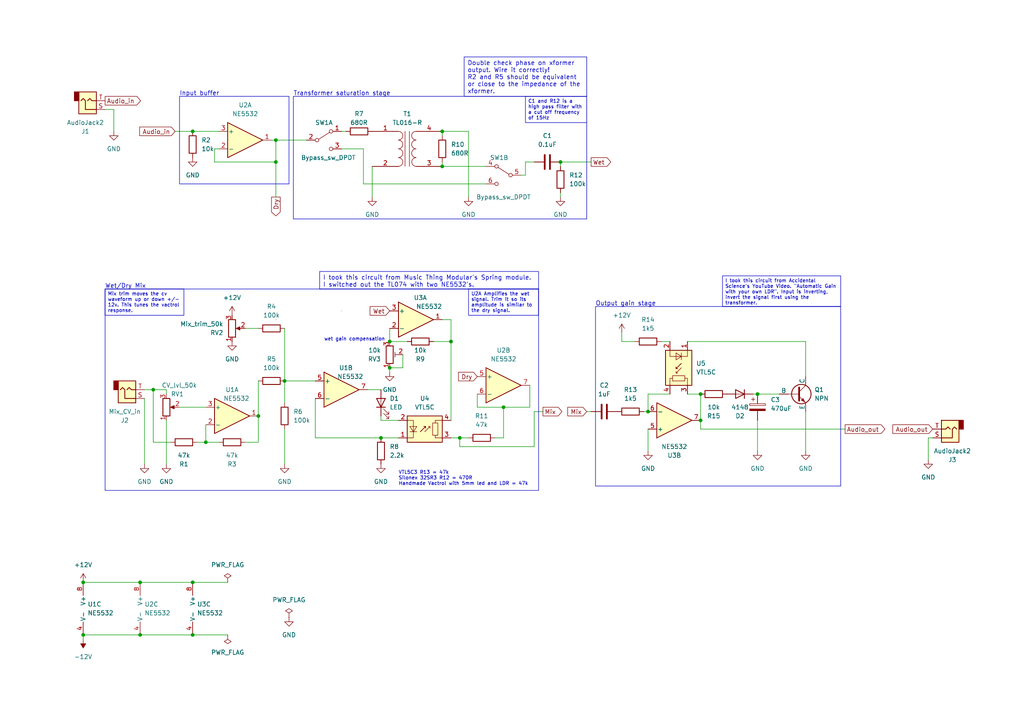
<source format=kicad_sch>
(kicad_sch (version 20230121) (generator eeschema)
  (paper "A4")
  (title_block (title "Eurorack Transformer Saturation Module") (date "2023-12-20") (rev "0.3") (company "DIYSynthManila") (comment 1 "This version is a prototype."))
  (lib_symbols
    (symbol "Amplifier_Operational:NE5532" (pin_names (offset 0.127))
      (property "Reference" "U" (at 0 5.08 0))
      (property "Value" "NE5532" (at 0 -5.08 0))
      (symbol "NE5532_1_1"
        (polyline (pts (xy -5.08 5.08) (xy 5.08 0) (xy -5.08 -5.08) (xy -5.08 5.08)) (stroke (width 0.254)) (fill (type background)))
        (pin output line (at 7.62 0 180) (length 2.54) (name "~") (number "1"))
        (pin input line (at -7.62 -2.54 0) (length 2.54) (name "-") (number "2"))
        (pin input line (at -7.62 2.54 0) (length 2.54) (name "+") (number "3"))
      )
      (symbol "NE5532_2_1"
        (polyline (pts (xy -5.08 5.08) (xy 5.08 0) (xy -5.08 -5.08) (xy -5.08 5.08)) (stroke (width 0.254)) (fill (type background)))
        (pin input line (at -7.62 2.54 0) (length 2.54) (name "+") (number "5"))
        (pin input line (at -7.62 -2.54 0) (length 2.54) (name "-") (number "6"))
        (pin output line (at 7.62 0 180) (length 2.54) (name "~") (number "7"))
      )
      (symbol "NE5532_3_1"
        (pin power_in line (at -2.54 -7.62 90) (length 3.81) (name "V-") (number "4"))
        (pin power_in line (at -2.54 7.62 270) (length 3.81) (name "V+") (number "8"))
      )
    )
    (symbol "Connector_Audio:AudioJack2"
      (property "Reference" "J" (at 0 8.89 0))
      (property "Value" "AudioJack2" (at 0 6.35 0))
      (symbol "AudioJack2_0_1"
        (rectangle (start -3.81 0) (end -2.54 -2.54) (stroke (width 0.254)) (fill (type outline)))
        (rectangle (start -2.54 3.81) (end 2.54 -2.54) (stroke (width 0.254)) (fill (type background)))
        (polyline (pts (xy 0 0) (xy 0.635 -0.635) (xy 1.27 0) (xy 2.54 0)) (stroke (width 0.254)))
        (polyline (pts (xy 2.54 2.54) (xy -0.635 2.54) (xy -0.635 0) (xy -1.27 -0.635) (xy -1.905 0)) (stroke (width 0.254)))
      )
      (symbol "AudioJack2_1_1"
        (pin passive line (at 5.08 2.54 180) (length 2.54) (name "~") (number "S"))
        (pin passive line (at 5.08 0 180) (length 2.54) (name "~") (number "T"))
      )
    )
    (symbol "Device:C" (pin_numbers hide) (pin_names (offset 0.254))
      (property "Reference" "C" (at 0.635 2.54 0))
      (property "Value" "C" (at 0.635 -2.54 0))
      (symbol "C_0_1"
        (polyline (pts (xy -2.032 -0.762) (xy 2.032 -0.762)) (stroke (width 0.508)))
        (polyline (pts (xy -2.032 0.762) (xy 2.032 0.762)) (stroke (width 0.508)))
      )
      (symbol "C_1_1"
        (pin passive line (at 0 3.81 270) (length 2.794) (name "~") (number "1"))
        (pin passive line (at 0 -3.81 90) (length 2.794) (name "~") (number "2"))
      )
    )
    (symbol "Device:C_Polarized" (pin_numbers hide) (pin_names (offset 0.254))
      (property "Reference" "C" (at 0.635 2.54 0))
      (property "Value" "C_Polarized" (at 0.635 -2.54 0))
      (symbol "C_Polarized_0_1"
        (rectangle (start -2.286 0.508) (end 2.286 1.016))
        (polyline (pts (xy -1.778 2.286) (xy -0.762 2.286)))
        (polyline (pts (xy -1.27 2.794) (xy -1.27 1.778)))
        (rectangle (start 2.286 -0.508) (end -2.286 -1.016) (fill (type outline)))
      )
      (symbol "C_Polarized_1_1"
        (pin passive line (at 0 3.81 270) (length 2.794) (name "~") (number "1"))
        (pin passive line (at 0 -3.81 90) (length 2.794) (name "~") (number "2"))
      )
    )
    (symbol "Device:D" (pin_numbers hide) (pin_names (offset 1.016) hide)
      (property "Reference" "D" (at 0 2.54 0))
      (property "Value" "D" (at 0 -2.54 0))
      (symbol "D_0_1"
        (polyline (pts (xy -1.27 1.27) (xy -1.27 -1.27)) (stroke (width 0.254)))
        (polyline (pts (xy 1.27 0) (xy -1.27 0)))
        (polyline (pts (xy 1.27 1.27) (xy 1.27 -1.27) (xy -1.27 0) (xy 1.27 1.27)) (stroke (width 0.254)))
      )
      (symbol "D_1_1"
        (pin passive line (at -3.81 0 0) (length 2.54) (name "K") (number "1"))
        (pin passive line (at 3.81 0 180) (length 2.54) (name "A") (number "2"))
      )
    )
    (symbol "Device:LED" (pin_numbers hide) (pin_names (offset 1.016) hide)
      (property "Reference" "D" (at 0 2.54 0))
      (property "Value" "LED" (at 0 -2.54 0))
      (symbol "LED_0_1"
        (polyline (pts (xy -1.27 -1.27) (xy -1.27 1.27)) (stroke (width 0.254)))
        (polyline (pts (xy -1.27 0) (xy 1.27 0)))
        (polyline (pts (xy 1.27 -1.27) (xy 1.27 1.27) (xy -1.27 0) (xy 1.27 -1.27)) (stroke (width 0.254)))
        (polyline (pts (xy -3.048 -0.762) (xy -4.572 -2.286) (xy -3.81 -2.286) (xy -4.572 -2.286) (xy -4.572 -1.524)))
        (polyline (pts (xy -1.778 -0.762) (xy -3.302 -2.286) (xy -2.54 -2.286) (xy -3.302 -2.286) (xy -3.302 -1.524)))
      )
      (symbol "LED_1_1"
        (pin passive line (at -3.81 0 0) (length 2.54) (name "K") (number "1"))
        (pin passive line (at 3.81 0 180) (length 2.54) (name "A") (number "2"))
      )
    )
    (symbol "Device:R" (pin_numbers hide) (pin_names (offset 0))
      (property "Reference" "R" (at 2.032 0 90))
      (property "Value" "R" (at 0 0 90))
      (symbol "R_0_1"
        (rectangle (start -1.016 -2.54) (end 1.016 2.54) (stroke (width 0.254)))
      )
      (symbol "R_1_1"
        (pin passive line (at 0 3.81 270) (length 1.27) (name "~") (number "1"))
        (pin passive line (at 0 -3.81 90) (length 1.27) (name "~") (number "2"))
      )
    )
    (symbol "Device:R_Potentiometer" (pin_names (offset 1.016) hide)
      (property "Reference" "RV" (at -4.445 0 90))
      (property "Value" "R_Potentiometer" (at -2.54 0 90))
      (symbol "R_Potentiometer_0_1"
        (polyline (pts (xy 2.54 0) (xy 1.524 0)))
        (polyline (pts (xy 1.143 0) (xy 2.286 0.508) (xy 2.286 -0.508) (xy 1.143 0)) (fill (type outline)))
        (rectangle (start 1.016 2.54) (end -1.016 -2.54) (stroke (width 0.254)))
      )
      (symbol "R_Potentiometer_1_1"
        (pin passive line (at 0 3.81 270) (length 1.27) (name "1") (number "1"))
        (pin passive line (at 3.81 0 180) (length 1.27) (name "2") (number "2"))
        (pin passive line (at 0 -3.81 90) (length 1.27) (name "3") (number "3"))
      )
    )
    (symbol "Device:R_Potentiometer_Trim" (pin_names (offset 1.016) hide)
      (property "Reference" "RV" (at -4.445 0 90))
      (property "Value" "R_Potentiometer_Trim" (at -2.54 0 90))
      (symbol "R_Potentiometer_Trim_0_1"
        (polyline (pts (xy 1.524 0.762) (xy 1.524 -0.762)))
        (polyline (pts (xy 2.54 0) (xy 1.524 0)))
        (rectangle (start 1.016 2.54) (end -1.016 -2.54) (stroke (width 0.254)))
      )
      (symbol "R_Potentiometer_Trim_1_1"
        (pin passive line (at 0 3.81 270) (length 1.27) (name "1") (number "1"))
        (pin passive line (at 3.81 0 180) (length 1.27) (name "2") (number "2"))
        (pin passive line (at 0 -3.81 90) (length 1.27) (name "3") (number "3"))
      )
    )
    (symbol "Device:Transformer_1P_1S" (pin_names (offset 1.016) hide)
      (property "Reference" "T" (at 0 6.35 0))
      (property "Value" "Transformer_1P_1S" (at 0 -7.62 0))
      (symbol "Transformer_1P_1S_0_1"
        (arc (start -2.54 -5.0546) (mid -1.6599 -4.6901) (end -1.27 -3.81))
        (arc (start -2.54 -2.5146) (mid -1.6599 -2.1501) (end -1.27 -1.27))
        (arc (start -2.54 0.0254) (mid -1.6599 0.3899) (end -1.27 1.27))
        (arc (start -2.54 2.5654) (mid -1.6599 2.9299) (end -1.27 3.81))
        (arc (start -1.27 -3.81) (mid -1.642 -2.912) (end -2.54 -2.54))
        (arc (start -1.27 -1.27) (mid -1.642 -0.372) (end -2.54 0))
        (arc (start -1.27 1.27) (mid -1.642 2.168) (end -2.54 2.54))
        (arc (start -1.27 3.81) (mid -1.642 4.708) (end -2.54 5.08))
        (polyline (pts (xy -0.635 5.08) (xy -0.635 -5.08)))
        (polyline (pts (xy 0.635 -5.08) (xy 0.635 5.08)))
        (arc (start 1.2954 -1.27) (mid 1.6599 -2.1501) (end 2.54 -2.5146))
        (arc (start 1.2954 1.27) (mid 1.6599 0.3899) (end 2.54 0.0254))
        (arc (start 1.2954 3.81) (mid 1.6599 2.9299) (end 2.54 2.5654))
        (arc (start 1.3208 -3.81) (mid 1.6853 -4.6901) (end 2.5654 -5.0546))
        (arc (start 2.54 0) (mid 1.642 -0.372) (end 1.2954 -1.27))
        (arc (start 2.54 2.54) (mid 1.642 2.168) (end 1.2954 1.27))
        (arc (start 2.54 5.08) (mid 1.642 4.708) (end 1.2954 3.81))
        (arc (start 2.5654 -2.54) (mid 1.6674 -2.912) (end 1.3208 -3.81))
      )
      (symbol "Transformer_1P_1S_1_1"
        (pin passive line (at -10.16 5.08 0) (length 7.62) (name "AA") (number "1"))
        (pin passive line (at -10.16 -5.08 0) (length 7.62) (name "AB") (number "2"))
        (pin passive line (at 10.16 -5.08 180) (length 7.62) (name "SA") (number "3"))
        (pin passive line (at 10.16 5.08 180) (length 7.62) (name "SB") (number "4"))
      )
    )
    (symbol "Isolator:VTL5C" (pin_names (offset 1.016) hide)
      (property "Reference" "U" (at 0 5.08 0))
      (property "Value" "VTL5C" (at 0 -5.08 0))
      (symbol "VTL5C_0_1"
        (rectangle (start -5.08 3.81) (end 5.08 -3.81) (stroke (width 0.254)) (fill (type background)))
        (polyline (pts (xy -4.318 0.762) (xy -2.286 0.762)))
        (polyline (pts (xy -1.27 0.762) (xy 0.254 -0.762)))
        (polyline (pts (xy -1.27 0.762) (xy 0.254 -0.762)))
        (polyline (pts (xy 0 0.762) (xy 1.524 -0.762)))
        (polyline (pts (xy 0.254 -0.254) (xy 0.254 -0.762) (xy -0.254 -0.762)))
        (polyline (pts (xy 0.254 -0.254) (xy 0.254 -0.762) (xy -0.254 -0.762)))
        (polyline (pts (xy 1.524 -0.254) (xy 1.524 -0.762) (xy 1.016 -0.762)))
        (polyline (pts (xy 3.048 -1.778) (xy 3.048 -2.54) (xy 5.08 -2.54)))
        (polyline (pts (xy 3.048 1.778) (xy 3.048 2.54) (xy 5.08 2.54)))
        (polyline (pts (xy -5.08 -2.54) (xy -3.302 -2.54) (xy -3.302 2.54) (xy -5.08 2.54)))
        (rectangle (start 2.286 1.778) (end 3.81 -1.778))
      )
      (symbol "VTL5C_1_1"
        (polyline (pts (xy -4.318 -0.762) (xy -3.302 0.762) (xy -2.286 -0.762) (xy -4.318 -0.762)))
        (pin passive line (at -7.62 2.54 0) (length 2.54) (name "-") (number "1"))
        (pin passive line (at -7.62 -2.54 0) (length 2.54) (name "+") (number "2"))
        (pin passive line (at 7.62 2.54 180) (length 2.54) (name "~") (number "3"))
        (pin passive line (at 7.62 -2.54 180) (length 2.54) (name "~") (number "4"))
      )
    )
    (symbol "Simulation_SPICE:NPN" (pin_numbers hide) (pin_names (offset 0))
      (property "Reference" "Q" (at -2.54 7.62 0))
      (property "Value" "NPN" (at -2.54 5.08 0))
      (symbol "NPN_0_1"
        (polyline (pts (xy -2.54 0) (xy 0.635 0)) (stroke (width 0.1524)))
        (polyline (pts (xy 0.635 0.635) (xy 2.54 2.54)))
        (polyline (pts (xy 2.794 -1.27) (xy 2.794 -1.27)) (stroke (width 0.1524)))
        (polyline (pts (xy 2.794 -1.27) (xy 2.794 -1.27)) (stroke (width 0.1524)))
        (polyline (pts (xy 0.635 -0.635) (xy 2.54 -2.54) (xy 2.54 -2.54)))
        (polyline (pts (xy 0.635 1.905) (xy 0.635 -1.905) (xy 0.635 -1.905)) (stroke (width 0.508)))
        (polyline (pts (xy 1.27 -1.778) (xy 1.778 -1.27) (xy 2.286 -2.286) (xy 1.27 -1.778) (xy 1.27 -1.778)) (fill (type outline)))
        (circle (center 1.27 0) (radius 2.8194) (stroke (width 0.254)))
      )
      (symbol "NPN_1_1"
        (pin open_collector line (at 2.54 5.08 270) (length 2.54) (name "C") (number "1"))
        (pin input line (at -5.08 0 0) (length 2.54) (name "B") (number "2"))
        (pin open_emitter line (at 2.54 -5.08 90) (length 2.54) (name "E") (number "3"))
      )
    )
    (symbol "Switch:SW_DPDT_x2" (pin_names (offset 0) hide)
      (property "Reference" "SW" (at 0 4.318 0))
      (property "Value" "SW_DPDT_x2" (at 0 -5.08 0))
      (symbol "SW_DPDT_x2_0_0"
        (circle (center -2.032 0) (radius 0.508))
        (circle (center 2.032 -2.54) (radius 0.508))
      )
      (symbol "SW_DPDT_x2_0_1"
        (polyline (pts (xy -1.524 0.254) (xy 1.651 2.286)))
        (circle (center 2.032 2.54) (radius 0.508))
      )
      (symbol "SW_DPDT_x2_1_1"
        (pin passive line (at 5.08 2.54 180) (length 2.54) (name "A") (number "1"))
        (pin passive line (at -5.08 0 0) (length 2.54) (name "B") (number "2"))
        (pin passive line (at 5.08 -2.54 180) (length 2.54) (name "C") (number "3"))
      )
      (symbol "SW_DPDT_x2_2_1"
        (pin passive line (at 5.08 2.54 180) (length 2.54) (name "A") (number "4"))
        (pin passive line (at -5.08 0 0) (length 2.54) (name "B") (number "5"))
        (pin passive line (at 5.08 -2.54 180) (length 2.54) (name "C") (number "6"))
      )
    )
    (symbol "power:+12V" (power) (pin_names (offset 0))
      (property "Value" "+12V" (at 0 3.556 0))
      (symbol "+12V_0_1"
        (polyline (pts (xy -0.762 1.27) (xy 0 2.54)))
        (polyline (pts (xy 0 0) (xy 0 2.54)))
        (polyline (pts (xy 0 2.54) (xy 0.762 1.27)))
      )
      (symbol "+12V_1_1"
        (pin power_in line (at 0 0 90) (length 0) hide (name "+12V") (number "1"))
      )
    )
    (symbol "power:-12V" (power) (pin_names (offset 0))
      (property "Value" "-12V" (at 0 3.81 0))
      (symbol "-12V_0_0"
        (pin power_in line (at 0 0 90) (length 0) hide (name "-12V") (number "1"))
      )
      (symbol "-12V_0_1"
        (polyline (pts (xy 0 0) (xy 0 1.27) (xy 0.762 1.27) (xy 0 2.54) (xy -0.762 1.27) (xy 0 1.27)) (fill (type outline)))
      )
    )
    (symbol "power:GND" (power) (pin_names (offset 0))
      (property "Value" "GND" (at 0 -3.81 0))
      (symbol "GND_0_1"
        (polyline (pts (xy 0 0) (xy 0 -1.27) (xy 1.27 -1.27) (xy 0 -2.54) (xy -1.27 -1.27) (xy 0 -1.27)))
      )
      (symbol "GND_1_1"
        (pin power_in line (at 0 0 270) (length 0) hide (name "GND") (number "1"))
      )
    )
    (symbol "power:PWR_FLAG" (power) (pin_numbers hide) (pin_names (offset 0) hide)
      (property "Value" "PWR_FLAG" (at 0 3.81 0))
      (symbol "PWR_FLAG_0_0"
        (pin power_out line (at 0 0 90) (length 0) (name "pwr") (number "1"))
      )
      (symbol "PWR_FLAG_0_1"
        (polyline (pts (xy 0 0) (xy 0 1.27) (xy -1.016 1.905) (xy 0 2.54) (xy 1.016 1.905) (xy 0 1.27)))
      )
    )
  )
  (junction (at 146.05 118.11))
  (junction (at 44.45 113.03))
  (junction (at 113.03 106.68))
  (junction (at 24.13 168.91))
  (junction (at 128.27 48.26))
  (junction (at 74.93 120.65))
  (junction (at 130.81 99.06))
  (junction (at 80.01 40.64))
  (junction (at 59.69 128.27))
  (junction (at 187.96 119.38))
  (junction (at 219.71 114.3))
  (junction (at 110.49 127))
  (junction (at 82.55 110.49))
  (junction (at 55.88 38.1))
  (junction (at 133.35 127))
  (junction (at 55.88 168.91))
  (junction (at 203.2 121.92))
  (junction (at 24.13 184.15))
  (junction (at 40.64 168.91))
  (junction (at 128.27 38.1))
  (junction (at 113.03 99.06))
  (junction (at 203.2 114.3))
  (junction (at 40.64 184.15))
  (junction (at 162.56 46.99))
  (junction (at 55.88 184.15))
  (junction (at 80.01 46.99))
  (wire (pts (xy 233.68 99.06) (xy 233.68 109.22)))
  (wire (pts (xy 62.23 46.99) (xy 80.01 46.99)))
  (wire (pts (xy 116.84 102.87) (xy 116.84 106.68)))
  (wire (pts (xy 91.44 115.57) (xy 91.44 127)))
  (wire (pts (xy 270.51 127) (xy 269.24 127)))
  (wire (pts (xy 113.03 99.06) (xy 118.11 99.06)))
  (wire (pts (xy 82.55 110.49) (xy 91.44 110.49)))
  (wire (pts (xy 116.84 106.68) (xy 113.03 106.68)))
  (wire (pts (xy 91.44 127) (xy 110.49 127)))
  (wire (pts (xy 74.93 120.65) (xy 74.93 128.27)))
  (wire (pts (xy 128.27 39.37) (xy 128.27 38.1)))
  (wire (pts (xy 269.24 127) (xy 269.24 133.35)))
  (wire (pts (xy 48.26 121.92) (xy 48.26 134.62)))
  (wire (pts (xy 199.39 99.06) (xy 233.68 99.06)))
  (wire (pts (xy 55.88 38.1) (xy 63.5 38.1)))
  (wire (pts (xy 130.81 92.71) (xy 128.27 92.71)))
  (wire (pts (xy 125.73 99.06) (xy 130.81 99.06)))
  (wire (pts (xy 80.01 46.99) (xy 80.01 57.15)))
  (wire (pts (xy 203.2 124.46) (xy 203.2 121.92)))
  (wire (pts (xy 138.43 114.3) (xy 138.43 118.11)))
  (wire (pts (xy 82.55 110.49) (xy 82.55 116.84)))
  (wire (pts (xy 78.74 40.64) (xy 80.01 40.64)))
  (wire (pts (xy 113.03 95.25) (xy 113.03 99.06)))
  (wire (pts (xy 50.8 38.1) (xy 55.88 38.1)))
  (wire (pts (xy 186.69 119.38) (xy 187.96 119.38)))
  (wire (pts (xy 162.56 46.99) (xy 171.45 46.99)))
  (wire (pts (xy 154.94 46.99) (xy 152.4 46.99)))
  (wire (pts (xy 135.89 57.15) (xy 135.89 38.1)))
  (wire (pts (xy 143.51 127) (xy 146.05 127)))
  (wire (pts (xy 233.68 119.38) (xy 233.68 130.81)))
  (wire (pts (xy 30.48 31.75) (xy 33.02 31.75)))
  (wire (pts (xy 180.34 99.06) (xy 184.15 99.06)))
  (wire (pts (xy 71.12 95.25) (xy 74.93 95.25)))
  (wire (pts (xy 133.35 129.54) (xy 133.35 127)))
  (wire (pts (xy 71.12 128.27) (xy 74.93 128.27)))
  (wire (pts (xy 110.49 121.92) (xy 115.57 121.92)))
  (wire (pts (xy 130.81 99.06) (xy 130.81 92.71)))
  (wire (pts (xy 107.95 48.26) (xy 107.95 57.15)))
  (wire (pts (xy 41.91 115.57) (xy 41.91 134.62)))
  (wire (pts (xy 105.41 43.18) (xy 99.06 43.18)))
  (wire (pts (xy 191.77 99.06) (xy 194.31 99.06)))
  (wire (pts (xy 162.56 48.26) (xy 162.56 46.99)))
  (wire (pts (xy 218.44 114.3) (xy 219.71 114.3)))
  (wire (pts (xy 113.03 106.68) (xy 113.03 107.95)))
  (wire (pts (xy 59.69 128.27) (xy 63.5 128.27)))
  (wire (pts (xy 44.45 113.03) (xy 48.26 113.03)))
  (wire (pts (xy 66.04 184.15) (xy 55.88 184.15)))
  (wire (pts (xy 154.94 119.38) (xy 157.48 119.38)))
  (wire (pts (xy 105.41 43.18) (xy 105.41 53.34)))
  (wire (pts (xy 187.96 114.3) (xy 194.31 114.3)))
  (wire (pts (xy 133.35 127) (xy 135.89 127)))
  (wire (pts (xy 59.69 123.19) (xy 59.69 128.27)))
  (wire (pts (xy 152.4 46.99) (xy 152.4 50.8)))
  (wire (pts (xy 82.55 124.46) (xy 82.55 134.62)))
  (wire (pts (xy 130.81 127) (xy 133.35 127)))
  (wire (pts (xy 146.05 127) (xy 146.05 118.11)))
  (wire (pts (xy 110.49 127) (xy 115.57 127)))
  (wire (pts (xy 203.2 124.46) (xy 245.11 124.46)))
  (wire (pts (xy 128.27 46.99) (xy 128.27 48.26)))
  (wire (pts (xy 203.2 114.3) (xy 203.2 121.92)))
  (wire (pts (xy 24.13 168.91) (xy 40.64 168.91)))
  (wire (pts (xy 52.07 118.11) (xy 59.69 118.11)))
  (wire (pts (xy 44.45 128.27) (xy 44.45 113.03)))
  (wire (pts (xy 100.33 38.1) (xy 99.06 38.1)))
  (wire (pts (xy 146.05 118.11) (xy 153.67 118.11)))
  (wire (pts (xy 187.96 124.46) (xy 187.96 130.81)))
  (wire (pts (xy 80.01 46.99) (xy 80.01 40.64)))
  (wire (pts (xy 170.18 119.38) (xy 171.45 119.38)))
  (wire (pts (xy 106.68 113.03) (xy 110.49 113.03)))
  (wire (pts (xy 154.94 119.38) (xy 154.94 129.54)))
  (wire (pts (xy 187.96 119.38) (xy 187.96 114.3)))
  (wire (pts (xy 128.27 48.26) (xy 140.97 48.26)))
  (wire (pts (xy 63.5 43.18) (xy 62.23 43.18)))
  (wire (pts (xy 49.53 128.27) (xy 44.45 128.27)))
  (wire (pts (xy 128.27 38.1) (xy 135.89 38.1)))
  (wire (pts (xy 82.55 95.25) (xy 82.55 110.49)))
  (wire (pts (xy 152.4 50.8) (xy 151.13 50.8)))
  (wire (pts (xy 41.91 113.03) (xy 44.45 113.03)))
  (wire (pts (xy 74.93 110.49) (xy 74.93 120.65)))
  (wire (pts (xy 154.94 129.54) (xy 133.35 129.54)))
  (wire (pts (xy 219.71 114.3) (xy 226.06 114.3)))
  (wire (pts (xy 80.01 40.64) (xy 88.9 40.64)))
  (wire (pts (xy 110.49 121.92) (xy 110.49 120.65)))
  (wire (pts (xy 33.02 31.75) (xy 33.02 38.1)))
  (wire (pts (xy 130.81 99.06) (xy 130.81 121.92)))
  (wire (pts (xy 162.56 55.88) (xy 162.56 57.15)))
  (wire (pts (xy 105.41 53.34) (xy 140.97 53.34)))
  (wire (pts (xy 24.13 184.15) (xy 40.64 184.15)))
  (wire (pts (xy 153.67 118.11) (xy 153.67 111.76)))
  (wire (pts (xy 66.04 168.91) (xy 55.88 168.91)))
  (wire (pts (xy 203.2 114.3) (xy 199.39 114.3)))
  (wire (pts (xy 40.64 168.91) (xy 55.88 168.91)))
  (wire (pts (xy 62.23 43.18) (xy 62.23 46.99)))
  (wire (pts (xy 180.34 96.52) (xy 180.34 99.06)))
  (wire (pts (xy 40.64 184.15) (xy 55.88 184.15)))
  (wire (pts (xy 219.71 121.92) (xy 219.71 130.81)))
  (wire (pts (xy 138.43 118.11) (xy 146.05 118.11)))
  (wire (pts (xy 57.15 128.27) (xy 59.69 128.27)))
  (wire (pts (xy 48.26 113.03) (xy 48.26 114.3)))
  (wire (pts (xy 24.13 185.42) (xy 24.13 184.15)))
  (rectangle (start 52.07 27.94) (end 83.82 53.34))
  (rectangle (start 172.72 88.9) (end 243.84 140.97))
  (rectangle (start 80.01 92.71) (end 80.01 92.71))
  (rectangle (start 30.48 83.82) (end 156.21 142.24))
  (rectangle (start 85.09 27.94) (end 170.18 63.5))
  (text_box "C1 and R12 is a high pass filter with a cut off frequency of 15Hz" (at 152.4 27.94 0) (size 17.78 7.62) (effects (font (size 1 1)) (justify left top)))
  (text_box "Double check phase on xformer output. Wire it correctly!\nR2 and R5 should be equivalent or close to the impedance of the xformer." (at 134.62 16.51 0) (size 35.56 11.43) (effects (font (size 1.27 1.27)) (justify left top)))
  (text_box "I took this circuit from Music Thing Modular's Spring module. I switched out the TL074 with two NE5532's." (at 92.71 78.74 0) (size 63.5 5.08) (effects (font (size 1.27 1.27)) (justify left top)))
  (text_box "" (at 99.06 90.17 0) (size 0 0) (effects (font (size 1 1)) (justify left top)))
  (text_box "U2A Amplifies the wet signal. Trim it so its amplitude is similar to the dry signal." (at 135.89 83.82 0) (size 20.32 7.62) (effects (font (size 1 1)) (justify left top)))
  (text_box "I took this circuit from Accidental Science's YouTube Video. \"Automatic Gain with your own LDR\". Input is inverting, invert the signal first using the transformer." (at 209.55 80.01 0) (size 34.29 8.89) (effects (font (size 1 1)) (justify left top)))
  (text_box "Mix trim moves the cv waveform up or down +/- 12v. This tunes the vactrol response." (at 30.48 83.82 0) (size 22.86 7.62) (effects (font (size 1 1)) (justify left top)))
  (text "Output gain stage" (at 172.72 88.9 0) (effects (font (size 1.27 1.27)) (justify left bottom)))
  (text "Input buffer" (at 52.07 27.94 0) (effects (font (size 1.27 1.27)) (justify left bottom)))
  (text "VTL5C3 R13 = 47k\nSilonex 32SR3 R12 = 470R\nHandmade Vactrol with 5mm led and LDR = 47k" (at 115.57 140.97 0) (effects (font (size 1 1)) (justify left bottom)))
  (text "Wet/Dry Mix" (at 30.48 83.82 0) (effects (font (size 1.27 1.27)) (justify left bottom)))
  (text "wet gain compensation\n" (at 93.98 99.06 0) (effects (font (size 1 1)) (justify left bottom)))
  (text "Transformer saturation stage" (at 85.09 27.94 0) (effects (font (size 1.27 1.27)) (justify left bottom)))
  (global_label "Wet" (shape output) (at 171.45 46.99 0) (property "Intersheetrefs" "${INTERSHEET_REFS}" (effects hide)))
  (global_label "Audio_in" (shape input) (at 50.8 38.1 180) (property "Intersheetrefs" "${INTERSHEET_REFS}" (effects hide)))
  (global_label "Dry" (shape input) (at 138.43 109.22 180) (property "Intersheetrefs" "${INTERSHEET_REFS}" (effects hide)))
  (global_label "Audio_out" (shape input) (at 270.51 124.46 180) (property "Intersheetrefs" "${INTERSHEET_REFS}" (effects hide)))
  (global_label "Dry" (shape output) (at 80.01 57.15 270) (property "Intersheetrefs" "${INTERSHEET_REFS}" (effects hide)))
  (global_label "Mix" (shape input) (at 170.18 119.38 180) (property "Intersheetrefs" "${INTERSHEET_REFS}" (effects hide)))
  (global_label "Mix" (shape output) (at 157.48 119.38 0) (property "Intersheetrefs" "${INTERSHEET_REFS}" (effects hide)))
  (global_label "Audio_out" (shape output) (at 245.11 124.46 0) (property "Intersheetrefs" "${INTERSHEET_REFS}" (effects hide)))
  (global_label "Audio_in" (shape output) (at 30.48 29.21 0) (property "Intersheetrefs" "${INTERSHEET_REFS}" (effects hide)))
  (global_label "Wet" (shape input) (at 113.03 90.17 180) (property "Intersheetrefs" "${INTERSHEET_REFS}" (effects hide)))
  (symbol (lib_id "power:GND") (at 187.96 130.81 0) (unit 1)
    (property "Reference" "#PWR016" (effects hide))
    (property "Value" "GND" (at 187.96 135.89 0))
  )
  (symbol (lib_id "Device:R") (at 82.55 120.65 0) (unit 1)
    (property "Reference" "R6" (at 85.09 119.38 0) (effects (justify left)))
    (property "Value" "100k" (at 85.09 121.92 0) (effects (justify left)))
  )
  (symbol (lib_id "Simulation_SPICE:NPN") (at 231.14 114.3 0) (unit 1)
    (property "Reference" "Q1" (at 236.22 113.03 0) (effects (justify left)))
    (property "Value" "NPN" (at 236.22 115.57 0) (effects (justify left)))
    (property "Sim.Device" "NPN" (effects hide))
    (property "Sim.Type" "GUMMELPOON" (effects hide))
    (property "Sim.Pins" "1=C 2=B 3=E" (effects hide))
  )
  (symbol (lib_id "power:GND") (at 55.88 45.72 0) (unit 1)
    (property "Reference" "#PWR020" (effects hide))
    (property "Value" "GND" (at 55.88 50.8 0))
  )
  (symbol (lib_id "Device:R_Potentiometer_Trim") (at 113.03 102.87 0) (mirror x) (unit 1)
    (property "Reference" "RV3" (at 110.49 104.14 0) (effects (justify right)))
    (property "Value" "10k" (at 110.49 101.6 0) (effects (justify right)))
  )
  (symbol (lib_id "Amplifier_Operational:NE5532") (at 43.18 176.53 0) (unit 3)
    (property "Reference" "U2" (at 41.91 175.26 0) (effects (justify left)))
    (property "Value" "NE5532" (at 41.91 177.8 0) (effects (justify left)))
    (property "Datasheet" "http://www.ti.com/lit/ds/symlink/ne5532.pdf" (effects hide))
  )
  (symbol (lib_id "Device:R") (at 207.01 114.3 90) (mirror x) (unit 1)
    (property "Reference" "R15" (at 207.01 120.65 90))
    (property "Value" "10k" (at 207.01 118.11 90))
  )
  (symbol (lib_id "power:GND") (at 135.89 57.15 0) (unit 1)
    (property "Reference" "#PWR013" (effects hide))
    (property "Value" "GND" (at 135.89 62.23 0))
  )
  (symbol (lib_id "Isolator:VTL5C") (at 196.85 106.68 270) (unit 1)
    (property "Reference" "U5" (at 201.93 105.41 90) (effects (justify left)))
    (property "Value" "VTL5C" (at 201.93 107.95 90) (effects (justify left)))
    (property "Footprint" "OptoDevice:PerkinElmer_VTL5C" (effects hide))
    (property "Datasheet" "http://www.qsl.net/wa1ion/vactrol/vactrol.pdf" (effects hide))
  )
  (symbol (lib_id "Device:R") (at 67.31 128.27 90) (mirror x) (unit 1)
    (property "Reference" "R3" (at 67.31 134.62 90))
    (property "Value" "47k" (at 67.31 132.08 90))
  )
  (symbol (lib_id "Device:R") (at 182.88 119.38 90) (unit 1)
    (property "Reference" "R13" (at 182.88 113.03 90))
    (property "Value" "1k5" (at 182.88 115.57 90))
  )
  (symbol (lib_id "Device:R") (at 139.7 127 90) (unit 1)
    (property "Reference" "R11" (at 139.7 120.65 90))
    (property "Value" "47k" (at 139.7 123.19 90))
  )
  (symbol (lib_id "Amplifier_Operational:NE5532") (at 99.06 113.03 0) (unit 2)
    (property "Reference" "U1" (at 100.33 106.68 0))
    (property "Value" "NE5532" (at 101.6 109.22 0))
    (property "Datasheet" "http://www.ti.com/lit/ds/symlink/ne5532.pdf" (effects hide))
  )
  (symbol (lib_id "power:GND") (at 48.26 134.62 0) (unit 1)
    (property "Reference" "#PWR05" (effects hide))
    (property "Value" "GND" (at 48.26 139.7 0))
  )
  (symbol (lib_id "Amplifier_Operational:NE5532") (at 67.31 120.65 0) (unit 1)
    (property "Reference" "U1" (at 67.31 113.03 0))
    (property "Value" "NE5532" (at 68.58 115.57 0))
    (property "Datasheet" "http://www.ti.com/lit/ds/symlink/ne5532.pdf" (effects hide))
  )
  (symbol (lib_id "power:GND") (at 162.56 57.15 0) (unit 1)
    (property "Reference" "#PWR014" (effects hide))
    (property "Value" "GND" (at 162.56 62.23 0))
  )
  (symbol (lib_id "Device:Transformer_1P_1S") (at 118.11 43.18 0) (unit 1)
    (property "Reference" "T1" (at 118.1227 33.02 0))
    (property "Value" "TL016-R" (at 118.1227 35.56 0))
  )
  (symbol (lib_id "Amplifier_Operational:NE5532") (at 71.12 40.64 0) (unit 1)
    (property "Reference" "U2" (at 71.12 30.48 0))
    (property "Value" "NE5532" (at 71.12 33.02 0))
    (property "Datasheet" "http://www.ti.com/lit/ds/symlink/ne5532.pdf" (effects hide))
  )
  (symbol (lib_id "Device:LED") (at 110.49 116.84 90) (unit 1)
    (property "Reference" "D1" (at 113.03 115.57 90) (effects (justify right)))
    (property "Value" "LED" (at 113.03 118.11 90) (effects (justify right)))
  )
  (symbol (lib_id "Device:R") (at 128.27 43.18 0) (unit 1)
    (property "Reference" "R10" (at 130.81 41.91 0) (effects (justify left)))
    (property "Value" "680R" (at 130.81 44.45 0) (effects (justify left)))
  )
  (symbol (lib_id "Device:R") (at 78.74 95.25 90) (unit 1)
    (property "Reference" "R4" (at 78.74 88.9 90))
    (property "Value" "100k" (at 78.74 91.44 90))
  )
  (symbol (lib_id "power:PWR_FLAG") (at 66.04 184.15 180) (unit 1)
    (property "Reference" "#FLG02" (effects hide))
    (property "Value" "PWR_FLAG" (at 66.04 189.23 0))
  )
  (symbol (lib_id "power:GND") (at 82.55 134.62 0) (unit 1)
    (property "Reference" "#PWR08" (effects hide))
    (property "Value" "GND" (at 82.55 139.7 0))
  )
  (symbol (lib_id "Amplifier_Operational:NE5532") (at 195.58 121.92 0) (mirror x) (unit 2)
    (property "Reference" "U3" (at 195.58 132.08 0))
    (property "Value" "NE5532" (at 195.58 129.54 0))
    (property "Datasheet" "http://www.ti.com/lit/ds/symlink/ne5532.pdf" (effects hide))
  )
  (symbol (lib_id "Amplifier_Operational:NE5532") (at 26.67 176.53 0) (unit 3)
    (property "Reference" "U1" (at 25.4 175.26 0) (effects (justify left)))
    (property "Value" "NE5532" (at 25.4 177.8 0) (effects (justify left)))
    (property "Datasheet" "http://www.ti.com/lit/ds/symlink/ne5532.pdf" (effects hide))
  )
  (symbol (lib_id "Device:R_Potentiometer") (at 48.26 118.11 0) (mirror x) (unit 1)
    (property "Reference" "RV1" (at 53.34 114.3 0) (effects (justify right)))
    (property "Value" "CV_lvl_50k" (at 57.15 111.76 0) (effects (justify right)))
  )
  (symbol (lib_id "Switch:SW_DPDT_x2") (at 146.05 50.8 0) (mirror y) (unit 2)
    (property "Reference" "SW1" (at 144.78 45.72 0))
    (property "Value" "Bypass_sw_DPDT" (at 146.05 57.15 0))
  )
  (symbol (lib_id "power:GND") (at 269.24 133.35 0) (unit 1)
    (property "Reference" "#PWR019" (effects hide))
    (property "Value" "GND" (at 269.24 138.43 0))
  )
  (symbol (lib_id "power:PWR_FLAG") (at 66.04 168.91 0) (unit 1)
    (property "Reference" "#FLG01" (effects hide))
    (property "Value" "PWR_FLAG" (at 66.04 163.83 0))
  )
  (symbol (lib_id "power:GND") (at 83.82 179.07 0) (unit 1)
    (property "Reference" "#PWR09" (effects hide))
    (property "Value" "GND" (at 83.82 184.15 0))
  )
  (symbol (lib_id "Device:C") (at 175.26 119.38 90) (unit 1)
    (property "Reference" "C2" (at 175.26 111.76 90))
    (property "Value" "1uF" (at 175.26 114.3 90))
  )
  (symbol (lib_id "power:-12V") (at 24.13 185.42 180) (unit 1)
    (property "Reference" "#PWR02" (effects hide))
    (property "Value" "-12V" (at 24.13 190.5 0))
  )
  (symbol (lib_id "power:GND") (at 33.02 38.1 0) (unit 1)
    (property "Reference" "#PWR03" (effects hide))
    (property "Value" "GND" (at 33.02 43.18 0))
  )
  (symbol (lib_id "Device:R") (at 53.34 128.27 90) (mirror x) (unit 1)
    (property "Reference" "R1" (at 53.34 134.62 90))
    (property "Value" "47k" (at 53.34 132.08 90))
  )
  (symbol (lib_id "power:GND") (at 113.03 107.95 0) (mirror y) (unit 1)
    (property "Reference" "#PWR012" (effects hide))
    (property "Value" "GND" (at 113.03 113.03 0))
  )
  (symbol (lib_id "power:GND") (at 107.95 57.15 0) (unit 1)
    (property "Reference" "#PWR010" (effects hide))
    (property "Value" "GND" (at 107.95 62.23 0))
  )
  (symbol (lib_id "power:GND") (at 233.68 130.81 0) (unit 1)
    (property "Reference" "#PWR018" (effects hide))
    (property "Value" "GND" (at 233.68 135.89 0))
  )
  (symbol (lib_id "power:+12V") (at 67.31 91.44 0) (unit 1)
    (property "Reference" "#PWR06" (effects hide))
    (property "Value" "+12V" (at 67.31 86.36 0))
  )
  (symbol (lib_id "Device:R_Potentiometer") (at 67.31 95.25 0) (mirror x) (unit 1)
    (property "Reference" "RV2" (at 64.77 96.52 0) (effects (justify right)))
    (property "Value" "Mix_trim_50k" (at 64.77 93.98 0) (effects (justify right)))
  )
  (symbol (lib_id "power:GND") (at 67.31 99.06 0) (unit 1)
    (property "Reference" "#PWR07" (effects hide))
    (property "Value" "GND" (at 67.31 104.14 0))
  )
  (symbol (lib_id "power:+12V") (at 24.13 168.91 0) (unit 1)
    (property "Reference" "#PWR01" (effects hide))
    (property "Value" "+12V" (at 24.13 163.83 0))
  )
  (symbol (lib_id "Device:R") (at 104.14 38.1 90) (unit 1)
    (property "Reference" "R7" (at 104.14 33.02 90))
    (property "Value" "680R" (at 104.14 35.56 90))
  )
  (symbol (lib_id "Connector_Audio:AudioJack2") (at 275.59 124.46 180) (unit 1)
    (property "Reference" "J3" (at 276.225 133.35 0))
    (property "Value" "AudioJack2" (at 276.225 130.81 0))
  )
  (symbol (lib_id "Switch:SW_DPDT_x2") (at 93.98 40.64 0) (unit 1)
    (property "Reference" "SW1" (at 93.98 35.56 0))
    (property "Value" "Bypass_sw_DPDT" (at 95.25 45.72 0))
  )
  (symbol (lib_id "power:GND") (at 41.91 134.62 0) (unit 1)
    (property "Reference" "#PWR04" (effects hide))
    (property "Value" "GND" (at 41.91 139.7 0))
  )
  (symbol (lib_id "Device:R") (at 110.49 130.81 0) (unit 1)
    (property "Reference" "R8" (at 113.03 129.54 0) (effects (justify left)))
    (property "Value" "2.2k" (at 113.03 132.08 0) (effects (justify left)))
  )
  (symbol (lib_id "power:GND") (at 219.71 130.81 0) (unit 1)
    (property "Reference" "#PWR017" (effects hide))
    (property "Value" "GND" (at 219.71 135.89 0))
  )
  (symbol (lib_id "Amplifier_Operational:NE5532") (at 58.42 176.53 0) (unit 3)
    (property "Reference" "U3" (at 57.15 175.26 0) (effects (justify left)))
    (property "Value" "NE5532" (at 57.15 177.8 0) (effects (justify left)))
    (property "Datasheet" "http://www.ti.com/lit/ds/symlink/ne5532.pdf" (effects hide))
  )
  (symbol (lib_id "Device:C") (at 158.75 46.99 270) (unit 1)
    (property "Reference" "C1" (at 158.75 39.37 90))
    (property "Value" "0.1uF" (at 158.75 41.91 90))
  )
  (symbol (lib_id "Device:D") (at 214.63 114.3 0) (mirror y) (unit 1)
    (property "Reference" "D2" (at 214.63 120.65 0))
    (property "Value" "4148" (at 214.63 118.11 0))
    (property "Sim.Device" "D" (effects hide))
    (property "Sim.Pins" "1=K 2=A" (effects hide))
  )
  (symbol (lib_id "Connector_Audio:AudioJack2") (at 25.4 29.21 0) (mirror x) (unit 1)
    (property "Reference" "J1" (at 24.765 38.1 0))
    (property "Value" "AudioJack2" (at 24.765 35.56 0))
  )
  (symbol (lib_id "Device:R") (at 121.92 99.06 270) (mirror x) (unit 1)
    (property "Reference" "R9" (at 121.92 104.14 90))
    (property "Value" "10k" (at 121.92 101.6 90))
  )
  (symbol (lib_id "Device:R") (at 162.56 52.07 0) (unit 1)
    (property "Reference" "R12" (at 165.1 50.8 0) (effects (justify left)))
    (property "Value" "100k" (at 165.1 53.34 0) (effects (justify left)))
  )
  (symbol (lib_id "power:GND") (at 110.49 134.62 0) (mirror y) (unit 1)
    (property "Reference" "#PWR011" (effects hide))
    (property "Value" "GND" (at 110.49 139.7 0))
  )
  (symbol (lib_id "power:PWR_FLAG") (at 83.82 179.07 0) (unit 1)
    (property "Reference" "#FLG03" (effects hide))
    (property "Value" "PWR_FLAG" (at 83.82 173.99 0))
  )
  (symbol (lib_id "Isolator:VTL5C") (at 123.19 124.46 0) (mirror x) (unit 1)
    (property "Reference" "U4" (at 123.19 115.57 0))
    (property "Value" "VTL5C" (at 123.19 118.11 0))
    (property "Footprint" "OptoDevice:PerkinElmer_VTL5C" (effects hide))
    (property "Datasheet" "http://www.qsl.net/wa1ion/vactrol/vactrol.pdf" (effects hide))
  )
  (symbol (lib_id "Amplifier_Operational:NE5532") (at 146.05 111.76 0) (unit 2)
    (property "Reference" "U2" (at 146.05 101.6 0))
    (property "Value" "NE5532" (at 146.05 104.14 0))
    (property "Datasheet" "http://www.ti.com/lit/ds/symlink/ne5532.pdf" (effects hide))
  )
  (symbol (lib_id "Device:C_Polarized") (at 219.71 118.11 0) (unit 1)
    (property "Reference" "C3" (at 223.52 115.951 0) (effects (justify left)))
    (property "Value" "470uF" (at 223.52 118.491 0) (effects (justify left)))
  )
  (symbol (lib_id "Device:R") (at 55.88 41.91 0) (unit 1)
    (property "Reference" "R2" (at 58.42 40.64 0) (effects (justify left)))
    (property "Value" "10k" (at 58.42 43.18 0) (effects (justify left)))
  )
  (symbol (lib_id "power:+12V") (at 180.34 96.52 0) (unit 1)
    (property "Reference" "#PWR015" (effects hide))
    (property "Value" "+12V" (at 180.34 91.44 0))
  )
  (symbol (lib_id "Device:R") (at 78.74 110.49 270) (unit 1)
    (property "Reference" "R5" (at 78.74 104.14 90))
    (property "Value" "100k" (at 78.74 106.68 90))
  )
  (symbol (lib_id "Connector_Audio:AudioJack2") (at 36.83 113.03 0) (mirror x) (unit 1)
    (property "Reference" "J2" (at 36.195 121.92 0))
    (property "Value" "Mix_CV_in" (at 36.195 119.38 0))
  )
  (symbol (lib_id "Amplifier_Operational:NE5532") (at 120.65 92.71 0) (unit 1)
    (property "Reference" "U3" (at 121.92 86.36 0))
    (property "Value" "NE5532" (at 124.46 88.9 0))
    (property "Datasheet" "http://www.ti.com/lit/ds/symlink/ne5532.pdf" (effects hide))
  )
  (symbol (lib_id "Device:R") (at 187.96 99.06 90) (unit 1)
    (property "Reference" "R14" (at 187.96 92.71 90))
    (property "Value" "1k5" (at 187.96 95.25 90))
  )
)
</source>
